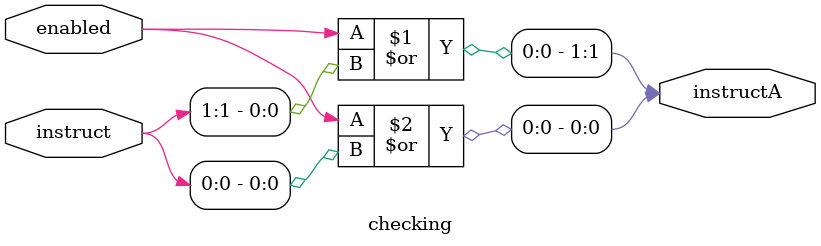
<source format=v>
module checking(instructA, enabled, instruct);

//−−−−−−−−−−−−−Input Ports−−−−−−−−−−−−−−−−−−−−−−−−−−−−−

input [1:0] instruct; 	//input a 2 bit register from JNO
input enabled;

//−−−−−−−−−−−−−Output Ports−−−−−−−−−−−−−−−−−−−−−−−−−−−−

output [1:0] instructA;

//−−−−−−−−−−−−−Input ports Data Type−−−−−−−−−−−−−−−−−−−
// By rule all the input ports should be wires
wire [1:0] instruct;
wire enabled;

//−−−−−−−−−−−−−Output Ports Data Type−−−−−−−−−−−−−−−−−−
// Output port can be a storage element (reg) or a wire
wire [1:0] instructA;

//−−−−−−−−−−−−−Intermediate Wires----−−−−−−−−−−−−−−−−−−


//−−−−−−----−-−−−−−−Instructions---−−−−−−−−−−−−−−−--−−−

or o1(instructA[1], enabled, instruct[1]);
or o2(instructA[0], enabled, instruct[0]);


endmodule
</source>
